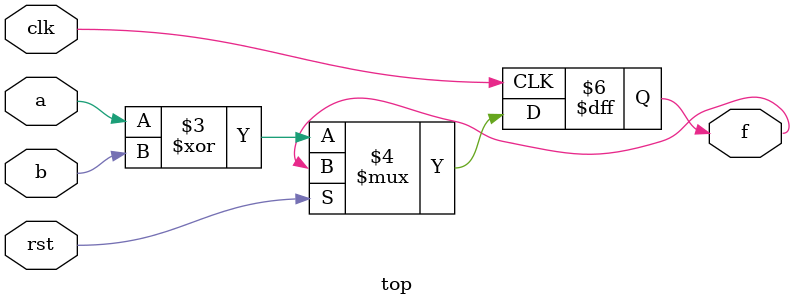
<source format=v>
module top(
  input clk,
  input rst,
  input a,
  input b,
  output reg f
);

  always @(posedge clk) begin
    if(!rst) f <= a ^ b;
  end

endmodule


</source>
